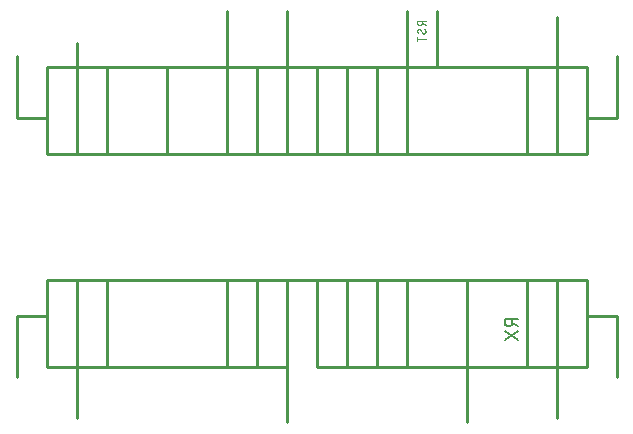
<source format=gbr>
G04 EAGLE Gerber RS-274X export*
G75*
%MOMM*%
%FSLAX34Y34*%
%LPD*%
%INSilkscreen Bottom*%
%IPPOS*%
%AMOC8*
5,1,8,0,0,1.08239X$1,22.5*%
G01*
%ADD10C,0.254000*%
%ADD11C,0.101600*%
%ADD12C,0.152400*%


D10*
X1164082Y441706D02*
X1138682Y441706D01*
X1113282Y441706D01*
X1011682Y441706D01*
X986282Y441706D01*
X1189482Y441706D02*
X1189482Y515366D01*
X1189482Y441706D02*
X1214882Y441706D01*
X1240282Y441706D01*
X1265682Y441706D01*
X1316482Y441706D01*
X1367282Y441706D01*
X1392682Y441706D01*
X1164082Y695706D02*
X1138682Y695706D01*
X1113282Y695706D01*
X1062482Y695706D01*
X1011682Y695706D01*
X1164082Y695706D02*
X1189482Y695706D01*
X1214882Y695706D01*
X1240282Y695706D01*
X1265682Y695706D01*
X1291082Y695706D01*
X1367282Y695706D01*
X1392682Y695706D01*
X986282Y441706D02*
X986282Y398780D01*
X1164082Y394970D02*
X1164082Y441706D01*
X1316482Y441706D02*
X1316482Y394970D01*
X1392682Y398780D02*
X1392682Y441706D01*
X1367282Y441706D02*
X1367282Y515366D01*
X1316482Y515366D02*
X1316482Y441706D01*
X1265682Y441706D02*
X1265682Y515366D01*
X1164082Y515366D02*
X1164082Y441706D01*
X1011682Y441706D02*
X1011682Y515366D01*
X1011682Y622046D02*
X1011682Y695706D01*
X1062482Y695706D02*
X1062482Y622046D01*
X1113282Y622046D02*
X1113282Y695706D01*
X1164082Y695706D02*
X1164082Y622046D01*
X1113282Y695706D02*
X1113282Y742696D01*
X1164082Y742696D02*
X1164082Y695706D01*
X1392682Y695706D02*
X1392682Y737616D01*
X1291082Y742696D02*
X1291082Y695706D01*
X1265682Y695706D02*
X1265682Y622046D01*
X1367282Y622046D02*
X1367282Y695706D01*
X1214882Y515366D02*
X1214882Y441706D01*
X1214882Y622046D02*
X1214882Y695706D01*
D11*
X1274699Y734969D02*
X1281811Y734969D01*
X1274699Y734969D02*
X1274699Y732993D01*
X1274701Y732906D01*
X1274707Y732818D01*
X1274716Y732731D01*
X1274730Y732645D01*
X1274747Y732559D01*
X1274768Y732475D01*
X1274793Y732391D01*
X1274822Y732308D01*
X1274854Y732227D01*
X1274889Y732147D01*
X1274928Y732069D01*
X1274971Y731992D01*
X1275017Y731918D01*
X1275066Y731846D01*
X1275118Y731776D01*
X1275174Y731708D01*
X1275232Y731643D01*
X1275293Y731580D01*
X1275357Y731521D01*
X1275424Y731464D01*
X1275492Y731410D01*
X1275564Y731359D01*
X1275637Y731312D01*
X1275712Y731267D01*
X1275790Y731226D01*
X1275869Y731189D01*
X1275949Y731155D01*
X1276031Y731125D01*
X1276114Y731098D01*
X1276199Y731075D01*
X1276284Y731056D01*
X1276370Y731041D01*
X1276457Y731029D01*
X1276544Y731021D01*
X1276631Y731017D01*
X1276719Y731017D01*
X1276806Y731021D01*
X1276893Y731029D01*
X1276980Y731041D01*
X1277066Y731056D01*
X1277151Y731075D01*
X1277236Y731098D01*
X1277319Y731125D01*
X1277401Y731155D01*
X1277481Y731189D01*
X1277560Y731226D01*
X1277638Y731267D01*
X1277713Y731312D01*
X1277786Y731359D01*
X1277858Y731410D01*
X1277926Y731464D01*
X1277993Y731521D01*
X1278057Y731580D01*
X1278118Y731643D01*
X1278176Y731708D01*
X1278232Y731776D01*
X1278284Y731846D01*
X1278333Y731918D01*
X1278379Y731992D01*
X1278422Y732069D01*
X1278461Y732147D01*
X1278496Y732227D01*
X1278528Y732308D01*
X1278557Y732391D01*
X1278582Y732475D01*
X1278603Y732559D01*
X1278620Y732645D01*
X1278634Y732731D01*
X1278643Y732818D01*
X1278649Y732906D01*
X1278651Y732993D01*
X1278650Y732993D02*
X1278650Y734969D01*
X1278650Y732598D02*
X1281811Y731018D01*
X1281811Y725587D02*
X1281809Y725509D01*
X1281803Y725432D01*
X1281794Y725355D01*
X1281781Y725279D01*
X1281764Y725203D01*
X1281743Y725128D01*
X1281719Y725055D01*
X1281691Y724982D01*
X1281659Y724911D01*
X1281624Y724842D01*
X1281586Y724775D01*
X1281545Y724709D01*
X1281500Y724646D01*
X1281452Y724585D01*
X1281402Y724526D01*
X1281348Y724470D01*
X1281292Y724416D01*
X1281233Y724366D01*
X1281172Y724318D01*
X1281109Y724273D01*
X1281043Y724232D01*
X1280976Y724194D01*
X1280907Y724159D01*
X1280836Y724127D01*
X1280763Y724099D01*
X1280690Y724075D01*
X1280615Y724054D01*
X1280539Y724037D01*
X1280463Y724024D01*
X1280386Y724015D01*
X1280309Y724009D01*
X1280231Y724007D01*
X1281811Y725587D02*
X1281809Y725702D01*
X1281803Y725816D01*
X1281793Y725930D01*
X1281780Y726044D01*
X1281762Y726157D01*
X1281740Y726270D01*
X1281715Y726382D01*
X1281686Y726493D01*
X1281653Y726602D01*
X1281616Y726711D01*
X1281576Y726818D01*
X1281532Y726924D01*
X1281484Y727028D01*
X1281433Y727131D01*
X1281378Y727231D01*
X1281320Y727330D01*
X1281258Y727427D01*
X1281194Y727521D01*
X1281126Y727614D01*
X1281054Y727704D01*
X1280980Y727791D01*
X1280903Y727876D01*
X1280823Y727958D01*
X1276279Y727761D02*
X1276201Y727759D01*
X1276124Y727753D01*
X1276047Y727744D01*
X1275971Y727731D01*
X1275895Y727714D01*
X1275820Y727693D01*
X1275746Y727669D01*
X1275674Y727641D01*
X1275603Y727609D01*
X1275534Y727574D01*
X1275466Y727536D01*
X1275401Y727495D01*
X1275337Y727450D01*
X1275276Y727402D01*
X1275217Y727351D01*
X1275161Y727298D01*
X1275108Y727242D01*
X1275057Y727183D01*
X1275009Y727122D01*
X1274964Y727058D01*
X1274923Y726993D01*
X1274885Y726925D01*
X1274850Y726856D01*
X1274818Y726785D01*
X1274790Y726713D01*
X1274766Y726639D01*
X1274745Y726564D01*
X1274728Y726488D01*
X1274715Y726412D01*
X1274706Y726335D01*
X1274700Y726258D01*
X1274698Y726180D01*
X1274699Y726180D02*
X1274701Y726074D01*
X1274707Y725968D01*
X1274716Y725863D01*
X1274729Y725758D01*
X1274746Y725653D01*
X1274767Y725549D01*
X1274791Y725446D01*
X1274819Y725344D01*
X1274851Y725243D01*
X1274886Y725143D01*
X1274925Y725045D01*
X1274968Y724947D01*
X1275013Y724852D01*
X1275062Y724758D01*
X1275115Y724666D01*
X1275171Y724576D01*
X1275230Y724488D01*
X1275292Y724402D01*
X1277662Y726970D02*
X1277620Y727037D01*
X1277575Y727102D01*
X1277526Y727165D01*
X1277475Y727226D01*
X1277420Y727283D01*
X1277363Y727338D01*
X1277303Y727391D01*
X1277241Y727440D01*
X1277176Y727486D01*
X1277110Y727528D01*
X1277041Y727568D01*
X1276970Y727604D01*
X1276897Y727636D01*
X1276823Y727665D01*
X1276748Y727690D01*
X1276672Y727711D01*
X1276594Y727729D01*
X1276516Y727742D01*
X1276437Y727752D01*
X1276358Y727758D01*
X1276279Y727760D01*
X1278848Y724797D02*
X1278890Y724730D01*
X1278935Y724665D01*
X1278984Y724602D01*
X1279035Y724541D01*
X1279090Y724484D01*
X1279147Y724429D01*
X1279207Y724376D01*
X1279269Y724327D01*
X1279334Y724281D01*
X1279400Y724239D01*
X1279469Y724199D01*
X1279540Y724163D01*
X1279613Y724131D01*
X1279687Y724102D01*
X1279762Y724077D01*
X1279838Y724056D01*
X1279916Y724038D01*
X1279994Y724025D01*
X1280073Y724015D01*
X1280152Y724009D01*
X1280231Y724007D01*
X1278848Y724797D02*
X1277662Y726970D01*
X1274699Y719399D02*
X1281811Y719399D01*
X1274699Y721374D02*
X1274699Y717423D01*
D12*
X1348867Y482480D02*
X1360043Y482480D01*
X1348867Y482480D02*
X1348867Y479375D01*
X1348869Y479264D01*
X1348875Y479154D01*
X1348885Y479043D01*
X1348899Y478933D01*
X1348916Y478824D01*
X1348938Y478715D01*
X1348963Y478607D01*
X1348993Y478501D01*
X1349026Y478395D01*
X1349063Y478290D01*
X1349103Y478187D01*
X1349148Y478086D01*
X1349195Y477986D01*
X1349247Y477887D01*
X1349302Y477791D01*
X1349360Y477697D01*
X1349421Y477605D01*
X1349486Y477515D01*
X1349554Y477427D01*
X1349625Y477342D01*
X1349699Y477260D01*
X1349776Y477180D01*
X1349856Y477103D01*
X1349938Y477029D01*
X1350023Y476958D01*
X1350111Y476890D01*
X1350201Y476825D01*
X1350293Y476764D01*
X1350387Y476706D01*
X1350483Y476651D01*
X1350582Y476599D01*
X1350682Y476552D01*
X1350783Y476507D01*
X1350886Y476467D01*
X1350991Y476430D01*
X1351097Y476397D01*
X1351203Y476367D01*
X1351311Y476342D01*
X1351420Y476320D01*
X1351529Y476303D01*
X1351639Y476289D01*
X1351750Y476279D01*
X1351860Y476273D01*
X1351971Y476271D01*
X1352082Y476273D01*
X1352192Y476279D01*
X1352303Y476289D01*
X1352413Y476303D01*
X1352522Y476320D01*
X1352631Y476342D01*
X1352739Y476367D01*
X1352845Y476397D01*
X1352951Y476430D01*
X1353056Y476467D01*
X1353159Y476507D01*
X1353260Y476552D01*
X1353360Y476599D01*
X1353459Y476651D01*
X1353555Y476706D01*
X1353649Y476764D01*
X1353741Y476825D01*
X1353831Y476890D01*
X1353919Y476958D01*
X1354004Y477029D01*
X1354086Y477103D01*
X1354166Y477180D01*
X1354243Y477260D01*
X1354317Y477342D01*
X1354388Y477427D01*
X1354456Y477515D01*
X1354521Y477605D01*
X1354582Y477697D01*
X1354640Y477791D01*
X1354695Y477887D01*
X1354747Y477986D01*
X1354794Y478086D01*
X1354839Y478187D01*
X1354879Y478290D01*
X1354916Y478395D01*
X1354949Y478501D01*
X1354979Y478607D01*
X1355004Y478715D01*
X1355026Y478824D01*
X1355043Y478933D01*
X1355057Y479043D01*
X1355067Y479154D01*
X1355073Y479264D01*
X1355075Y479375D01*
X1355076Y479375D02*
X1355076Y482480D01*
X1355076Y478754D02*
X1360043Y476271D01*
X1360043Y471763D02*
X1348867Y464312D01*
X1348867Y471763D02*
X1360043Y464312D01*
D10*
X1392682Y695706D02*
X1418082Y695706D01*
X1418082Y652526D01*
X1418082Y622046D01*
X1011682Y695706D02*
X986282Y695706D01*
X960882Y695706D01*
X960882Y441706D02*
X986282Y441706D01*
X960882Y441706D02*
X960882Y484886D01*
X960882Y515366D01*
X986282Y515366D02*
X1011682Y515366D01*
X986282Y515366D02*
X960882Y515366D01*
X1011682Y515366D02*
X1113282Y515366D01*
X1113282Y441706D01*
X1138682Y515366D02*
X1164082Y515366D01*
X1138682Y515366D02*
X1113282Y515366D01*
X1164082Y515366D02*
X1189482Y515366D01*
X1214882Y515366D01*
X1240282Y515366D01*
X1265682Y515366D01*
X1316482Y515366D01*
X1367282Y515366D01*
X1392682Y515366D01*
X1418082Y515366D01*
X1418082Y484886D02*
X1418082Y441706D01*
X1418082Y484886D02*
X1418082Y515366D01*
X1418082Y441706D02*
X1392682Y441706D01*
X1392682Y515366D01*
X1418082Y484886D02*
X1443482Y484886D01*
X1443482Y432816D01*
X960882Y484886D02*
X935482Y484886D01*
X935482Y432816D01*
X1265682Y622046D02*
X1367282Y622046D01*
X1392682Y622046D01*
X1418082Y622046D01*
X1240282Y622046D02*
X1214882Y622046D01*
X1240282Y622046D02*
X1265682Y622046D01*
X1189482Y622046D02*
X1164082Y622046D01*
X1189482Y622046D02*
X1214882Y622046D01*
X1138682Y622046D02*
X1113282Y622046D01*
X1138682Y622046D02*
X1164082Y622046D01*
X1113282Y622046D02*
X1062482Y622046D01*
X1011682Y622046D01*
X986282Y622046D02*
X960882Y622046D01*
X986282Y622046D02*
X1011682Y622046D01*
X960882Y652526D02*
X960882Y695706D01*
X960882Y652526D02*
X960882Y622046D01*
X960882Y652526D02*
X935482Y652526D01*
X935482Y704596D01*
X1265682Y695706D02*
X1265682Y742696D01*
X986282Y515366D02*
X986282Y441706D01*
X1392682Y622046D02*
X1392682Y695706D01*
X1240282Y695706D02*
X1240282Y622046D01*
X1189482Y622046D02*
X1189482Y695706D01*
X1138682Y695706D02*
X1138682Y622046D01*
X986282Y622046D02*
X986282Y695706D01*
X1418082Y652526D02*
X1443482Y652526D01*
X1443482Y704596D01*
X1240282Y515366D02*
X1240282Y441706D01*
X1138682Y441706D02*
X1138682Y515366D01*
X986282Y695706D02*
X986282Y716026D01*
M02*

</source>
